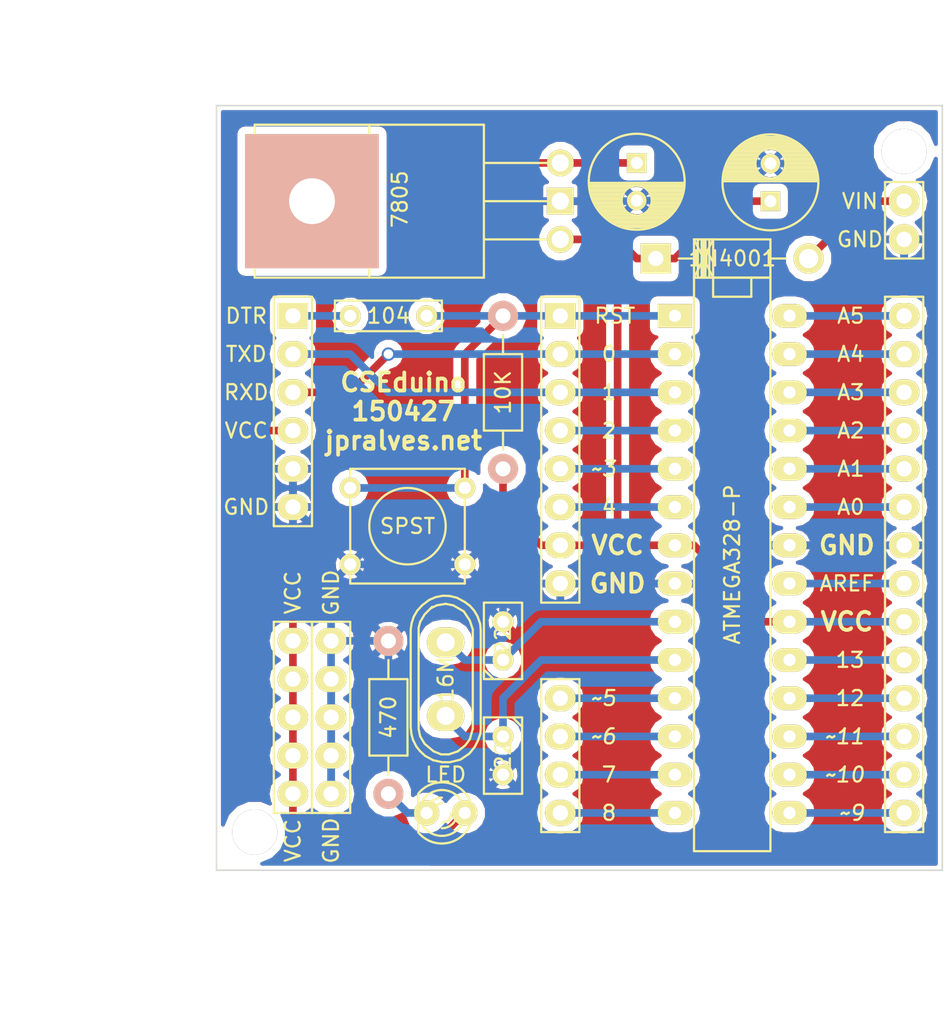
<source format=kicad_pcb>
(kicad_pcb (version 20211014) (generator pcbnew)
  (title_block (title "CSEduino - PCB edition") (date "17-4-2015") (rev "1.2") (company "Joao Alves"))
  (layers (0 "F.Cu" signal) (31 "B.Cu" signal) (36 "B.SilkS" user "B.Silkscreen") (37 "F.SilkS" user "F.Silkscreen") (38 "B.Mask" user) (39 "F.Mask" user) (44 "Edge.Cuts" user))
  (net 0 "")
  (net 1 "GND")
  (net 2 "Net-(C1-Pad1)")
  (net 3 "+5V")
  (net 4 "Net-(C3-Pad1)")
  (net 5 "Net-(C4-Pad1)")
  (net 6 "Net-(C5-Pad1)")
  (net 7 "Net-(C5-Pad2)")
  (net 8 "Net-(D1-Pad1)")
  (net 9 "Net-(IC1-Pad2)")
  (net 10 "Net-(IC1-Pad3)")
  (net 11 "Net-(IC1-Pad4)")
  (net 12 "Net-(IC1-Pad5)")
  (net 13 "Net-(IC1-Pad6)")
  (net 14 "Net-(IC1-Pad11)")
  (net 15 "Net-(IC1-Pad12)")
  (net 16 "Net-(IC1-Pad13)")
  (net 17 "Net-(IC1-Pad14)")
  (net 18 "Net-(IC1-Pad15)")
  (net 19 "Net-(IC1-Pad16)")
  (net 20 "Net-(IC1-Pad17)")
  (net 21 "Net-(IC1-Pad18)")
  (net 22 "Net-(IC1-Pad19)")
  (net 23 "Net-(IC1-Pad21)")
  (net 24 "Net-(IC1-Pad23)")
  (net 25 "Net-(IC1-Pad24)")
  (net 26 "Net-(IC1-Pad25)")
  (net 27 "Net-(IC1-Pad26)")
  (net 28 "Net-(IC1-Pad27)")
  (net 29 "Net-(IC1-Pad28)")
  (net 30 "Net-(D2-Pad2)")
  (footprint "Capacitors_ThroughHole:C_Radial_D6.3_L11.2_P2.5" (layer "F.Cu") (at 69.85 30.48 90)
    (fp_text reference "C1" hide)
    (fp_text value "100uF" hide)
    (pad "1" thru_hole rect locked (at 0 0 90) (size 1.3 1.3) (drill 0.8) (layers *.Cu *.Mask "F.SilkS") (net 2 "Net-(C1-Pad1)"))
    (pad "2" thru_hole circle locked (at 2.5 0 90) (size 1.3 1.3) (drill 0.8) (layers *.Cu *.Mask "F.SilkS") (net 1 "GND"))
  )
  (footprint "Discret:C1" (layer "F.Cu") (at 52.07 67.31 -90)
    (fp_text reference "C3" hide)
    (fp_text value "22" (at 0 0 -90) (layer "F.SilkS"))
    (pad "1" thru_hole circle locked (at -1.27 0 270) (size 1.397 1.397) (drill 0.8128) (layers *.Cu *.Mask "F.SilkS") (net 4 "Net-(C3-Pad1)"))
    (pad "2" thru_hole circle locked (at 1.27 0 270) (size 1.397 1.397) (drill 0.8128) (layers *.Cu *.Mask "F.SilkS") (net 1 "GND"))
  )
  (footprint "Discret:C1" (layer "F.Cu") (at 52.07 59.69 90)
    (fp_text reference "C4" hide)
    (fp_text value "22" (at 0 0 90) (layer "F.SilkS"))
    (pad "1" thru_hole circle locked (at -1.27 0 90) (size 1.397 1.397) (drill 0.8128) (layers *.Cu *.Mask "F.SilkS") (net 5 "Net-(C4-Pad1)"))
    (pad "2" thru_hole circle locked (at 1.27 0 90) (size 1.397 1.397) (drill 0.8128) (layers *.Cu *.Mask "F.SilkS") (net 1 "GND"))
  )
  (footprint "Discret:C2" (layer "F.Cu") (at 44.45 38.1 180)
    (fp_text reference "C5" hide)
    (fp_text value "104" (at 0 0 180) (layer "F.SilkS"))
    (pad "1" thru_hole circle locked (at -2.54 0 180) (size 1.397 1.397) (drill 0.8128) (layers *.Cu *.Mask "F.SilkS") (net 6 "Net-(C5-Pad1)"))
    (pad "2" thru_hole circle locked (at 2.54 0 180) (size 1.397 1.397) (drill 0.8128) (layers *.Cu *.Mask "F.SilkS") (net 7 "Net-(C5-Pad2)"))
  )
  (footprint "LEDs:LED-3MM" (layer "F.Cu") (at 48.26 71.12 180)
    (fp_text reference "D2" hide)
    (fp_text value "LED" (at 0 2.54 180) (layer "F.SilkS"))
    (pad "1" thru_hole circle locked (at -1.27 0 180) (size 1.6764 1.6764) (drill 0.8128) (layers *.Cu *.Mask "F.SilkS") (net 3 "+5V"))
    (pad "2" thru_hole circle locked (at 1.27 0 180) (size 1.6764 1.6764) (drill 0.8128) (layers *.Cu *.Mask "F.SilkS") (net 30 "Net-(D2-Pad2)"))
  )
  (footprint "Sockets_DIP:DIP-28__300_ELL" (layer "F.Cu") (at 67.31 54.61 -90)
    (fp_text reference "IC1" hide)
    (fp_text value "ATMEGA328-P" (at 0 0 -90) (layer "F.SilkS"))
    (pad "1" thru_hole rect locked (at -16.51 3.81 270) (size 1.5748 2.286) (drill 0.8128) (layers *.Cu *.Mask "F.SilkS") (net 6 "Net-(C5-Pad1)"))
    (pad "2" thru_hole oval locked (at -13.97 3.81 270) (size 1.5748 2.286) (drill 0.8128) (layers *.Cu *.Mask "F.SilkS") (net 9 "Net-(IC1-Pad2)"))
    (pad "3" thru_hole oval locked (at -11.43 3.81 270) (size 1.5748 2.286) (drill 0.8128) (layers *.Cu *.Mask "F.SilkS") (net 10 "Net-(IC1-Pad3)"))
    (pad "4" thru_hole oval locked (at -8.89 3.81 270) (size 1.5748 2.286) (drill 0.8128) (layers *.Cu *.Mask "F.SilkS") (net 11 "Net-(IC1-Pad4)"))
    (pad "5" thru_hole oval locked (at -6.35 3.81 270) (size 1.5748 2.286) (drill 0.8128) (layers *.Cu *.Mask "F.SilkS") (net 12 "Net-(IC1-Pad5)"))
    (pad "6" thru_hole oval locked (at -3.81 3.81 270) (size 1.5748 2.286) (drill 0.8128) (layers *.Cu *.Mask "F.SilkS") (net 13 "Net-(IC1-Pad6)"))
    (pad "7" thru_hole oval locked (at -1.27 3.81 270) (size 1.5748 2.286) (drill 0.8128) (layers *.Cu *.Mask "F.SilkS") (net 3 "+5V"))
    (pad "8" thru_hole oval locked (at 1.27 3.81 270) (size 1.5748 2.286) (drill 0.8128) (layers *.Cu *.Mask "F.SilkS") (net 1 "GND"))
    (pad "9" thru_hole oval locked (at 3.81 3.81 270) (size 1.5748 2.286) (drill 0.8128) (layers *.Cu *.Mask "F.SilkS") (net 5 "Net-(C4-Pad1)"))
    (pad "10" thru_hole oval locked (at 6.35 3.81 270) (size 1.5748 2.286) (drill 0.8128) (layers *.Cu *.Mask "F.SilkS") (net 4 "Net-(C3-Pad1)"))
    (pad "11" thru_hole oval locked (at 8.89 3.81 270) (size 1.5748 2.286) (drill 0.8128) (layers *.Cu *.Mask "F.SilkS") (net 14 "Net-(IC1-Pad11)"))
    (pad "12" thru_hole oval locked (at 11.43 3.81 270) (size 1.5748 2.286) (drill 0.8128) (layers *.Cu *.Mask "F.SilkS") (net 15 "Net-(IC1-Pad12)"))
    (pad "13" thru_hole oval locked (at 13.97 3.81 270) (size 1.5748 2.286) (drill 0.8128) (layers *.Cu *.Mask "F.SilkS") (net 16 "Net-(IC1-Pad13)"))
    (pad "14" thru_hole oval locked (at 16.51 3.81 270) (size 1.5748 2.286) (drill 0.8128) (layers *.Cu *.Mask "F.SilkS") (net 17 "Net-(IC1-Pad14)"))
    (pad "15" thru_hole oval locked (at 16.51 -3.81 270) (size 1.5748 2.286) (drill 0.8128) (layers *.Cu *.Mask "F.SilkS") (net 18 "Net-(IC1-Pad15)"))
    (pad "16" thru_hole oval locked (at 13.97 -3.81 270) (size 1.5748 2.286) (drill 0.8128) (layers *.Cu *.Mask "F.SilkS") (net 19 "Net-(IC1-Pad16)"))
    (pad "17" thru_hole oval locked (at 11.43 -3.81 270) (size 1.5748 2.286) (drill 0.8128) (layers *.Cu *.Mask "F.SilkS") (net 20 "Net-(IC1-Pad17)"))
    (pad "18" thru_hole oval locked (at 8.89 -3.81 270) (size 1.5748 2.286) (drill 0.8128) (layers *.Cu *.Mask "F.SilkS") (net 21 "Net-(IC1-Pad18)"))
    (pad "19" thru_hole oval locked (at 6.35 -3.81 270) (size 1.5748 2.286) (drill 0.8128) (layers *.Cu *.Mask "F.SilkS") (net 22 "Net-(IC1-Pad19)"))
    (pad "20" thru_hole oval locked (at 3.81 -3.81 270) (size 1.5748 2.286) (drill 0.8128) (layers *.Cu *.Mask "F.SilkS") (net 3 "+5V"))
    (pad "21" thru_hole oval locked (at 1.27 -3.81 270) (size 1.5748 2.286) (drill 0.8128) (layers *.Cu *.Mask "F.SilkS") (net 23 "Net-(IC1-Pad21)"))
    (pad "22" thru_hole oval locked (at -1.27 -3.81 270) (size 1.5748 2.286) (drill 0.8128) (layers *.Cu *.Mask "F.SilkS") (net 1 "GND"))
    (pad "23" thru_hole oval locked (at -3.81 -3.81 270) (size 1.5748 2.286) (drill 0.8128) (layers *.Cu *.Mask "F.SilkS") (net 24 "Net-(IC1-Pad23)"))
    (pad "24" thru_hole oval locked (at -6.35 -3.81 270) (size 1.5748 2.286) (drill 0.8128) (layers *.Cu *.Mask "F.SilkS") (net 25 "Net-(IC1-Pad24)"))
    (pad "25" thru_hole oval locked (at -8.89 -3.81 270) (size 1.5748 2.286) (drill 0.8128) (layers *.Cu *.Mask "F.SilkS") (net 26 "Net-(IC1-Pad25)"))
    (pad "26" thru_hole oval locked (at -11.43 -3.81 270) (size 1.5748 2.286) (drill 0.8128) (layers *.Cu *.Mask "F.SilkS") (net 27 "Net-(IC1-Pad26)"))
    (pad "27" thru_hole oval locked (at -13.97 -3.81 270) (size 1.5748 2.286) (drill 0.8128) (layers *.Cu *.Mask "F.SilkS") (net 28 "Net-(IC1-Pad27)"))
    (pad "28" thru_hole oval locked (at -16.51 -3.81 270) (size 1.5748 2.286) (drill 0.8128) (layers *.Cu *.Mask "F.SilkS") (net 29 "Net-(IC1-Pad28)"))
  )
  (footprint "Pin_Headers:Pin_Header_Straight_1x02" (layer "F.Cu") (at 78.74 30.48)
    (fp_text reference "P1" hide)
    (fp_text value "CONN_01X02" hide)
    (pad "1" thru_hole oval locked (at 0 0) (size 2.032 2.032) (drill 1.016) (layers *.Cu *.Mask "F.SilkS") (net 8 "Net-(D1-Pad1)"))
    (pad "2" thru_hole oval locked (at 0 2.54) (size 2.032 2.032) (drill 1.016) (layers *.Cu *.Mask "F.SilkS") (net 1 "GND"))
  )
  (footprint "Pin_Headers:Pin_Header_Straight_1x14" (layer "F.Cu") (at 78.74 71.12 180)
    (fp_text reference "P2" hide)
    (fp_text value "CONN_01X14" hide)
    (pad "1" thru_hole oval locked (at 0 0 180) (size 2.032 1.7272) (drill 1.016) (layers *.Cu *.Mask "F.SilkS") (net 18 "Net-(IC1-Pad15)"))
    (pad "2" thru_hole oval locked (at 0 2.54 180) (size 2.032 1.7272) (drill 1.016) (layers *.Cu *.Mask "F.SilkS") (net 19 "Net-(IC1-Pad16)"))
    (pad "3" thru_hole oval locked (at 0 5.08 180) (size 2.032 1.7272) (drill 1.016) (layers *.Cu *.Mask "F.SilkS") (net 20 "Net-(IC1-Pad17)"))
    (pad "4" thru_hole oval locked (at 0 7.62 180) (size 2.032 1.7272) (drill 1.016) (layers *.Cu *.Mask "F.SilkS") (net 21 "Net-(IC1-Pad18)"))
    (pad "5" thru_hole oval locked (at 0 10.16 180) (size 2.032 1.7272) (drill 1.016) (layers *.Cu *.Mask "F.SilkS") (net 22 "Net-(IC1-Pad19)"))
    (pad "6" thru_hole oval locked (at 0 12.7 180) (size 2.032 1.7272) (drill 1.016) (layers *.Cu *.Mask "F.SilkS") (net 3 "+5V"))
    (pad "7" thru_hole oval locked (at 0 15.24 180) (size 2.032 1.7272) (drill 1.016) (layers *.Cu *.Mask "F.SilkS") (net 23 "Net-(IC1-Pad21)"))
    (pad "8" thru_hole oval locked (at 0 17.78 180) (size 2.032 1.7272) (drill 1.016) (layers *.Cu *.Mask "F.SilkS") (net 1 "GND"))
    (pad "9" thru_hole oval locked (at 0 20.32 180) (size 2.032 1.7272) (drill 1.016) (layers *.Cu *.Mask "F.SilkS") (net 24 "Net-(IC1-Pad23)"))
    (pad "10" thru_hole oval locked (at 0 22.86 180) (size 2.032 1.7272) (drill 1.016) (layers *.Cu *.Mask "F.SilkS") (net 25 "Net-(IC1-Pad24)"))
    (pad "11" thru_hole oval locked (at 0 25.4 180) (size 2.032 1.7272) (drill 1.016) (layers *.Cu *.Mask "F.SilkS") (net 26 "Net-(IC1-Pad25)"))
    (pad "12" thru_hole oval locked (at 0 27.94 180) (size 2.032 1.7272) (drill 1.016) (layers *.Cu *.Mask "F.SilkS") (net 27 "Net-(IC1-Pad26)"))
    (pad "13" thru_hole oval locked (at 0 30.48 180) (size 2.032 1.7272) (drill 1.016) (layers *.Cu *.Mask "F.SilkS") (net 28 "Net-(IC1-Pad27)"))
    (pad "14" thru_hole oval locked (at 0 33.02 180) (size 2.032 1.7272) (drill 1.016) (layers *.Cu *.Mask "F.SilkS") (net 29 "Net-(IC1-Pad28)"))
  )
  (footprint "Pin_Headers:Pin_Header_Straight_1x04" (layer "F.Cu") (at 55.88 63.5)
    (fp_text reference "P3" hide)
    (fp_text value "CONN_01X04" hide)
    (pad "1" thru_hole oval locked (at 0 0) (size 2.032 1.7272) (drill 1.016) (layers *.Cu *.Mask "F.SilkS") (net 14 "Net-(IC1-Pad11)"))
    (pad "2" thru_hole oval locked (at 0 2.54) (size 2.032 1.7272) (drill 1.016) (layers *.Cu *.Mask "F.SilkS") (net 15 "Net-(IC1-Pad12)"))
    (pad "3" thru_hole oval locked (at 0 5.08) (size 2.032 1.7272) (drill 1.016) (layers *.Cu *.Mask "F.SilkS") (net 16 "Net-(IC1-Pad13)"))
    (pad "4" thru_hole oval locked (at 0 7.62) (size 2.032 1.7272) (drill 1.016) (layers *.Cu *.Mask "F.SilkS") (net 17 "Net-(IC1-Pad14)"))
  )
  (footprint "Pin_Headers:Pin_Header_Straight_1x08" (layer "F.Cu") (at 55.88 38.1)
    (fp_text reference "P4" hide)
    (fp_text value "CONN_01X08" hide)
    (pad "1" thru_hole rect locked (at 0 0) (size 2.032 1.7272) (drill 1.016) (layers *.Cu *.Mask "F.SilkS") (net 6 "Net-(C5-Pad1)"))
    (pad "2" thru_hole oval locked (at 0 2.54) (size 2.032 1.7272) (drill 1.016) (layers *.Cu *.Mask "F.SilkS") (net 9 "Net-(IC1-Pad2)"))
    (pad "3" thru_hole oval locked (at 0 5.08) (size 2.032 1.7272) (drill 1.016) (layers *.Cu *.Mask "F.SilkS") (net 10 "Net-(IC1-Pad3)"))
    (pad "4" thru_hole oval locked (at 0 7.62) (size 2.032 1.7272) (drill 1.016) (layers *.Cu *.Mask "F.SilkS") (net 11 "Net-(IC1-Pad4)"))
    (pad "5" thru_hole oval locked (at 0 10.16) (size 2.032 1.7272) (drill 1.016) (layers *.Cu *.Mask "F.SilkS") (net 12 "Net-(IC1-Pad5)"))
    (pad "6" thru_hole oval locked (at 0 12.7) (size 2.032 1.7272) (drill 1.016) (layers *.Cu *.Mask "F.SilkS") (net 13 "Net-(IC1-Pad6)"))
    (pad "7" thru_hole oval locked (at 0 15.24) (size 2.032 1.7272) (drill 1.016) (layers *.Cu *.Mask "F.SilkS") (net 3 "+5V"))
    (pad "8" thru_hole oval locked (at 0 17.78) (size 2.032 1.7272) (drill 1.016) (layers *.Cu *.Mask "F.SilkS") (net 1 "GND"))
  )
  (footprint "Pin_Headers:Pin_Header_Straight_1x06" (layer "F.Cu") (at 38.1 38.1)
    (fp_text reference "P5" hide)
    (fp_text value "CONN_01X06" hide)
    (pad "1" thru_hole rect locked (at 0 0) (size 2.032 1.7272) (drill 1.016) (layers *.Cu *.Mask "F.SilkS") (net 7 "Net-(C5-Pad2)"))
    (pad "2" thru_hole oval locked (at 0 2.54) (size 2.032 1.7272) (drill 1.016) (layers *.Cu *.Mask "F.SilkS") (net 10 "Net-(IC1-Pad3)"))
    (pad "3" thru_hole oval locked (at 0 5.08) (size 2.032 1.7272) (drill 1.016) (layers *.Cu *.Mask "F.SilkS") (net 9 "Net-(IC1-Pad2)"))
    (pad "4" thru_hole oval locked (at 0 7.62) (size 2.032 1.7272) (drill 1.016) (layers *.Cu *.Mask "F.SilkS") (net 3 "+5V"))
    (pad "5" thru_hole oval locked (at 0 10.16) (size 2.032 1.7272) (drill 1.016) (layers *.Cu *.Mask "F.SilkS") (net 1 "GND"))
    (pad "6" thru_hole oval locked (at 0 12.7) (size 2.032 1.7272) (drill 1.016) (layers *.Cu *.Mask "F.SilkS") (net 1 "GND"))
  )
  (footprint "Resistors_ThroughHole:Resistor_Horizontal_RM10mm" (layer "F.Cu") (at 44.45 64.77 90)
    (fp_text reference "R1" hide)
    (fp_text value "470" (at 0 0 90) (layer "F.SilkS"))
    (pad "1" thru_hole circle locked (at -5.08 0 90) (size 1.99898 1.99898) (drill 1.00076) (layers *.Cu *.SilkS *.Mask) (net 30 "Net-(D2-Pad2)"))
    (pad "2" thru_hole circle locked (at 5.08 0 90) (size 1.99898 1.99898) (drill 1.00076) (layers *.Cu *.SilkS *.Mask) (net 1 "GND"))
  )
  (footprint "Resistors_ThroughHole:Resistor_Horizontal_RM10mm" (layer "F.Cu") (at 52.07 43.18 90)
    (fp_text reference "R2" hide)
    (fp_text value "10K" (at 0 0 90) (layer "F.SilkS"))
    (pad "1" thru_hole circle locked (at -5.08 0 90) (size 1.99898 1.99898) (drill 1.00076) (layers *.Cu *.SilkS *.Mask) (net 3 "+5V"))
    (pad "2" thru_hole circle locked (at 5.08 0 90) (size 1.99898 1.99898) (drill 1.00076) (layers *.Cu *.SilkS *.Mask) (net 6 "Net-(C5-Pad1)"))
  )
  (footprint "Discret:SW_PUSH_SMALL" (layer "F.Cu") (at 45.72 52.07)
    (fp_text reference "SW1" hide)
    (fp_text value "SPST" (at 0 0) (layer "F.SilkS"))
    (pad "1" thru_hole circle locked (at -3.81 -2.54) (size 1.397 1.397) (drill 0.8128) (layers *.Cu *.Mask "F.SilkS") (net 6 "Net-(C5-Pad1)"))
    (pad "1" thru_hole circle locked (at 3.81 -2.54) (size 1.397 1.397) (drill 0.8128) (layers *.Cu *.Mask "F.SilkS") (net 6 "Net-(C5-Pad1)"))
    (pad "2" thru_hole circle locked (at 3.81 2.54) (size 1.397 1.397) (drill 0.8128) (layers *.Cu *.Mask "F.SilkS") (net 1 "GND"))
    (pad "2" thru_hole circle locked (at -3.81 2.54) (size 1.397 1.397) (drill 0.8128) (layers *.Cu *.Mask "F.SilkS") (net 1 "GND"))
  )
  (footprint "Discret:LM78XX" (layer "F.Cu") (at 55.88 30.48 180)
    (fp_text reference "U1" hide)
    (fp_text value "7805" (at 10.668 0.127 270) (layer "F.SilkS"))
    (pad "4" thru_hole rect locked (at 16.51 0 180) (size 8.89 8.89) (drill 3.048) (layers *.Cu *.SilkS *.Mask))
    (pad "GND" thru_hole rect locked (at 0 0 180) (size 1.778 1.778) (drill 1.143) (layers *.Cu *.Mask "F.SilkS") (net 1 "GND"))
    (pad "VI" thru_hole circle locked (at 0 -2.54 180) (size 1.778 1.778) (drill 1.143) (layers *.Cu *.Mask "F.SilkS") (net 2 "Net-(C1-Pad1)"))
    (pad "VO" thru_hole circle locked (at 0 2.54 180) (size 1.778 1.778) (drill 1.143) (layers *.Cu *.Mask "F.SilkS") (net 3 "+5V"))
  )
  (footprint "Crystal_HC50-U_Vertical" (layer "F.Cu") (at 48.26 62.23 90)
    (fp_text reference "X1" hide)
    (fp_text value "16M" (at 0 0 90) (layer "F.SilkS"))
    (pad "1" thru_hole oval locked (at -2.44094 0 90) (size 1.99898 2.49936) (drill 1.19888) (layers *.Cu *.Mask "F.SilkS") (net 4 "Net-(C3-Pad1)"))
    (pad "2" thru_hole oval locked (at 2.44094 0 90) (size 1.99898 2.49936) (drill 1.19888) (layers *.Cu *.Mask "F.SilkS") (net 5 "Net-(C4-Pad1)"))
  )
  (footprint "Capacitors_ThroughHole:C_Radial_D6.3_L11.2_P2.5" (layer "F.Cu") (at 60.96 27.94 -90)
    (fp_text reference "C2" hide)
    (fp_text value "100uF" hide)
    (pad "1" thru_hole rect locked (at 0 0 270) (size 1.3 1.3) (drill 0.8) (layers *.Cu *.Mask "F.SilkS") (net 3 "+5V"))
    (pad "2" thru_hole circle locked (at 2.5 0 270) (size 1.3 1.3) (drill 0.8) (layers *.Cu *.Mask "F.SilkS") (net 1 "GND"))
  )
  (footprint "Diodes_ThroughHole:Diode_DO-41_SOD81_Horizontal_RM10" (layer "F.Cu") (at 67.31 34.29 180)
    (fp_text reference "D1" hide)
    (fp_text value "1N4001" (at 0 0 180) (layer "F.SilkS"))
    (pad "1" thru_hole circle locked (at -5.08 0 180) (size 1.99898 1.99898) (drill 1.27) (layers *.Cu *.Mask "F.SilkS") (net 8 "Net-(D1-Pad1)"))
    (pad "2" thru_hole rect locked (at 5.08 0 180) (size 1.99898 1.99898) (drill 1.00076) (layers *.Cu *.Mask "F.SilkS") (net 2 "Net-(C1-Pad1)"))
  )
  (footprint "Pin_Headers:Pin_Header_Straight_1x05" (layer "F.Cu") (at 38.1 59.69)
    (fp_text reference "REF**" hide)
    (fp_text value "VCC" (at 0 -3.2 90) (layer "F.SilkS"))
    (pad "1" thru_hole oval locked (at 0 0) (size 2.032 1.7272) (drill 1.016) (layers *.Cu *.Mask "F.SilkS"))
    (pad "2" thru_hole oval locked (at 0 2.54) (size 2.032 1.7272) (drill 1.016) (layers *.Cu *.Mask "F.SilkS"))
    (pad "3" thru_hole oval locked (at 0 5.08) (size 2.032 1.7272) (drill 1.016) (layers *.Cu *.Mask "F.SilkS"))
    (pad "4" thru_hole oval locked (at 0 7.62) (size 2.032 1.7272) (drill 1.016) (layers *.Cu *.Mask "F.SilkS"))
    (pad "5" thru_hole oval locked (at 0 10.16) (size 2.032 1.7272) (drill 1.016) (layers *.Cu *.Mask "F.SilkS"))
  )
  (footprint "Pin_Headers:Pin_Header_Straight_1x05" (layer "F.Cu") (at 40.64 59.69)
    (fp_text reference "REF**" hide)
    (fp_text value "GND" (at 0 -3.2 90) (layer "F.SilkS"))
    (pad "1" thru_hole oval locked (at 0 0) (size 2.032 1.7272) (drill 1.016) (layers *.Cu *.Mask "F.SilkS"))
    (pad "2" thru_hole oval locked (at 0 2.54) (size 2.032 1.7272) (drill 1.016) (layers *.Cu *.Mask "F.SilkS"))
    (pad "3" thru_hole oval locked (at 0 5.08) (size 2.032 1.7272) (drill 1.016) (layers *.Cu *.Mask "F.SilkS"))
    (pad "4" thru_hole oval locked (at 0 7.62) (size 2.032 1.7272) (drill 1.016) (layers *.Cu *.Mask "F.SilkS"))
    (pad "5" thru_hole oval locked (at 0 10.16) (size 2.032 1.7272) (drill 1.016) (layers *.Cu *.Mask "F.SilkS"))
  )
  (footprint "Mounting_Holes:MountingHole_3mm" (layer "F.Cu") (at 78.74 26.67)
    (fp_text reference "REF**" hide)
    (fp_text value "MountingHole_3mm" hide)
    (pad "" thru_hole circle locked (at 0 0.5) (size 3 3) (drill 3) (layers))
  )
  (footprint "Mounting_Holes:MountingHole_3mm" (layer "F.Cu") (at 35.56 72.39)
    (fp_text reference "REF**" hide)
    (fp_text value "MountingHole_3mm" hide)
    (pad "" thru_hole circle locked (at 0 0) (size 3 3) (drill 3) (layers))
  )
  (gr_line (start 81.28 74.93) (end 33.02 74.93) (layer "Edge.Cuts") (width 0.1))
  (gr_line (start 33.02 24.13) (end 81.28 24.13) (layer "Edge.Cuts") (width 0.1))
  (gr_line (start 81.28 24.13) (end 81.28 74.93) (layer "Edge.Cuts") (width 0.1))
  (gr_line (start 33.02 74.93) (end 33.02 24.13) (layer "Edge.Cuts") (width 0.1))
  (gr_text "VCC" (at 59.69 53.34) (layer "F.SilkS") (effects (font (size 1.2 1.2) (thickness 0.25))))
  (gr_text "GND" (at 74.93 53.34) (layer "F.SilkS") (effects (font (size 1.2 1.2) (thickness 0.25))))
  (gr_text "1" (at 59.69 43.18) (layer "F.SilkS") (effects (font (size 1 1)) (justify right)))
  (gr_text "DTR" (at 35 38.1) (layer "F.SilkS") (effects (font (size 1 1))))
  (gr_text "~9" (at 76.2 71.12) (layer "F.SilkS") (effects (font (size 1 1) (thickness 0.15) italic) (justify right)))
  (gr_text "13" (at 76.2 60.96) (layer "F.SilkS") (effects (font (size 1 1)) (justify right)))
  (gr_text "AREF" (at 74.93 55.88) (layer "F.SilkS") (effects (font (size 1 1))))
  (gr_text "~11" (at 76.2 66.04) (layer "F.SilkS") (effects (font (size 1 1) (thickness 0.15) italic) (justify right)))
  (gr_text "A2" (at 76.2 45.72) (layer "F.SilkS") (effects (font (size 1 1)) (justify right)))
  (gr_text "VIN" (at 75.8 30.48) (layer "F.SilkS") (effects (font (size 1 1))))
  (gr_text "~10" (at 76.2 68.58) (layer "F.SilkS") (effects (font (size 1 1) (thickness 0.15) italic) (justify right)))
  (gr_text "~5" (at 59.69 63.5) (layer "F.SilkS") (effects (font (size 1 1) (thickness 0.15) italic) (justify right)))
  (gr_text "GND" (at 35 50.8) (layer "F.SilkS") (effects (font (size 1 1))))
  (gr_text "VCC" (at 38.1 72.96 90) (layer "F.SilkS") (effects (font (size 1 1))))
  (gr_text "RXD" (at 35 43.18) (layer "F.SilkS") (effects (font (size 1 1))))
  (gr_text "GND" (at 75.8 33.02) (layer "F.SilkS") (effects (font (size 1 1))))
  (gr_text "A3" (at 76.2 43.18) (layer "F.SilkS") (effects (font (size 1 1)) (justify right)))
  (gr_text "GND" (at 59.69 55.88) (layer "F.SilkS") (effects (font (size 1.2 1.2) (thickness 0.25))))
  (gr_text "A1" (at 76.2 48.26) (layer "F.SilkS") (effects (font (size 1 1)) (justify right)))
  (gr_text "4" (at 59.69 50.8) (layer "F.SilkS") (effects (font (size 1 1)) (justify right)))
  (gr_text "~3" (at 59.69 48.26) (layer "F.SilkS") (effects (font (size 1 1) (thickness 0.15) italic) (justify right)))
  (gr_text "CSEduino\n150427\njpralves.net" (at 45.45 44.45) (layer "F.SilkS") (effects (font (size 1.2 1.2) (thickness 0.25))))
  (gr_text "~6" (at 59.69 66.04) (layer "F.SilkS") (effects (font (size 1 1) (thickness 0.15) italic) (justify right)))
  (gr_text "GND" (at 40.64 72.96 90) (layer "F.SilkS") (effects (font (size 1 1))))
  (gr_text "A0" (at 76.2 50.8) (layer "F.SilkS") (effects (font (size 1 1)) (justify right)))
  (gr_text "12" (at 76.2 63.5) (layer "F.SilkS") (effects (font (size 1 1)) (justify right)))
  (gr_text "8" (at 59.69 71.12) (layer "F.SilkS") (effects (font (size 1 1)) (justify right)))
  (gr_text "A4" (at 76.2 40.64) (layer "F.SilkS") (effects (font (size 1 1)) (justify right)))
  (gr_text "7" (at 59.69 68.58) (layer "F.SilkS") (effects (font (size 1 1)) (justify right)))
  (gr_text "VCC" (at 35 45.72) (layer "F.SilkS") (effects (font (size 1 1))))
  (gr_text "0" (at 59.69 40.64) (layer "F.SilkS") (effects (font (size 1 1)) (justify right)))
  (gr_text "2" (at 59.69 45.72) (layer "F.SilkS") (effects (font (size 1 1)) (justify right)))
  (gr_text "A5" (at 76.2 38.1) (layer "F.SilkS") (effects (font (size 1 1)) (justify right)))
  (gr_text "TXD" (at 35 40.64) (layer "F.SilkS") (effects (font (size 1 1))))
  (gr_text "VCC" (at 74.93 58.42) (layer "F.SilkS") (effects (font (size 1.2 1.2) (thickness 0.25))))
  (gr_text "RST" (at 60.96 38.1) (layer "F.SilkS") (effects (font (size 1 1)) (justify right)))
  (segment (start 49.53 54.61) (end 49.53 54.61) (width 0.508) (layer "B.Cu") (net 1))
  (segment (start 40.64 67.31) (end 40.64 64.77) (width 0.508) (layer "B.Cu") (net 1))
  (segment (start 40.64 64.77) (end 40.64 62.23) (width 0.508) (layer "B.Cu") (net 1))
  (segment (start 63.5 55.88) (end 55.88 55.88) (width 0.508) (layer "B.Cu") (net 1))
  (segment (start 55.88 55.88) (end 50.8 55.88) (width 0.508) (layer "B.Cu") (net 1))
  (segment (start 50.8 55.88) (end 52.07 57.15) (width 0.508) (layer "B.Cu") (net 1))
  (segment (start 52.07 57.15) (end 52.07 58.42) (width 0.508) (layer "B.Cu") (net 1))
  (segment (start 49.53 54.61) (end 41.91 54.61) (width 0.508) (layer "B.Cu") (net 1))
  (segment (start 38.1 50.8) (end 38.1 48.26) (width 0.508) (layer "B.Cu") (net 1))
  (segment (start 67.31 55.88) (end 69.85 53.34) (width 0.508) (layer "B.Cu") (net 1))
  (segment (start 44.45 66.04) (end 46.99 68.58) (width 0.508) (layer "B.Cu") (net 1))
  (segment (start 46.99 68.58) (end 52.07 68.58) (width 0.508) (layer "B.Cu") (net 1))
  (segment (start 76.2 33.02) (end 72.43 27.98) (width 0.508) (layer "B.Cu") (net 1))
  (segment (start 72.43 27.98) (end 66.08 27.98) (width 0.508) (layer "B.Cu") (net 1))
  (segment (start 66.08 27.98) (end 63.62 30.44) (width 0.508) (layer "B.Cu") (net 1))
  (segment (start 69.85 53.34) (end 67.31 50.8) (width 0.508) (layer "B.Cu") (net 1))
  (segment (start 67.31 50.8) (end 67.31 34.13) (width 0.508) (layer "B.Cu") (net 1))
  (segment (start 67.31 34.13) (end 63.62 30.44) (width 0.508) (layer "B.Cu") (net 1))
  (segment (start 60.96 30.44) (end 60.92 30.48) (width 0.508) (layer "B.Cu") (net 1))
  (segment (start 60.92 30.48) (end 55.88 30.48) (width 0.508) (layer "B.Cu") (net 1))
  (segment (start 40.64 62.23) (end 40.64 64.77) (width 0.508) (layer "B.Cu") (net 1))
  (segment (start 40.64 64.77) (end 40.64 67.31) (width 0.508) (layer "B.Cu") (net 1))
  (segment (start 40.64 67.31) (end 40.64 69.85) (width 0.508) (layer "B.Cu") (net 1))
  (segment (start 40.64 55.88) (end 40.64 58.42) (width 0.508) (layer "B.Cu") (net 1))
  (segment (start 40.64 58.42) (end 40.64 59.69) (width 0.508) (layer "B.Cu") (net 1))
  (segment (start 40.64 59.69) (end 40.64 62.23) (width 0.508) (layer "B.Cu") (net 1))
  (segment (start 44.45 59.69) (end 40.64 59.69) (width 0.508) (layer "B.Cu") (net 1))
  (segment (start 41.91 54.61) (end 38.1 50.8) (width 0.508) (layer "B.Cu") (net 1))
  (segment (start 69.85 53.34) (end 78.74 53.34) (width 0.508) (layer "B.Cu") (net 1))
  (segment (start 71.12 53.34) (end 69.85 53.34) (width 0.508) (layer "B.Cu") (net 1))
  (segment (start 44.45 59.69) (end 44.45 66.04) (width 0.508) (layer "B.Cu") (net 1))
  (segment (start 78.74 33.02) (end 76.2 33.02) (width 0.508) (layer "B.Cu") (net 1))
  (segment (start 40.64 69.85) (end 40.64 67.31) (width 0.508) (layer "B.Cu") (net 1))
  (segment (start 63.5 55.88) (end 67.31 55.88) (width 0.508) (layer "B.Cu") (net 1))
  (segment (start 63.62 30.44) (end 60.96 30.44) (width 0.508) (layer "B.Cu") (net 1))
  (segment (start 69.85 27.98) (end 66.08 27.98) (width 0.508) (layer "B.Cu") (net 1))
  (segment (start 50.8 55.88) (end 49.53 54.61) (width 0.508) (layer "B.Cu") (net 1))
  (segment (start 41.91 54.61) (end 40.64 55.88) (width 0.508) (layer "B.Cu") (net 1))
  (segment (start 59.69 33.02) (end 60.96 34.29) (width 0.508) (layer "F.Cu") (net 2))
  (segment (start 60.96 34.29) (end 62.23 34.29) (width 0.508) (layer "F.Cu") (net 2))
  (segment (start 63.5 34.29) (end 67.31 30.48) (width 0.508) (layer "F.Cu") (net 2))
  (segment (start 67.31 30.48) (end 69.85 30.48) (width 0.508) (layer "F.Cu") (net 2))
  (segment (start 55.88 33.02) (end 59.69 33.02) (width 0.508) (layer "F.Cu") (net 2))
  (segment (start 62.23 34.29) (end 63.5 34.29) (width 0.508) (layer "F.Cu") (net 2))
  (segment (start 58.42 53.34) (end 59.69 53.34) (width 0.508) (layer "F.Cu") (net 3))
  (segment (start 64.77 53.34) (end 67.31 55.88) (width 0.508) (layer "F.Cu") (net 3))
  (segment (start 67.31 55.88) (end 67.31 57.15) (width 0.508) (layer "F.Cu") (net 3))
  (segment (start 67.31 57.15) (end 68.58 58.42) (width 0.508) (layer "F.Cu") (net 3))
  (segment (start 68.58 58.42) (end 71.12 58.42) (width 0.508) (layer "F.Cu") (net 3))
  (segment (start 53.34 27.94) (end 52.07 29.21) (width 0.508) (layer "F.Cu") (net 3))
  (segment (start 52.07 29.21) (end 52.07 34.29) (width 0.508) (layer "F.Cu") (net 3))
  (segment (start 52.07 34.29) (end 53.34 35.56) (width 0.508) (layer "F.Cu") (net 3))
  (segment (start 53.34 35.56) (end 58.42 35.56) (width 0.508) (layer "F.Cu") (net 3))
  (segment (start 58.42 35.56) (end 59.69 36.83) (width 0.508) (layer "F.Cu") (net 3))
  (segment (start 59.69 36.83) (end 59.69 53.34) (width 0.508) (layer "F.Cu") (net 3))
  (segment (start 59.69 53.34) (end 63.5 53.34) (width 0.508) (layer "F.Cu") (net 3))
  (segment (start 35.56 45.72) (end 35.56 52.07) (width 0.508) (layer "F.Cu") (net 3))
  (segment (start 35.56 52.07) (end 38.1 54.61) (width 0.508) (layer "F.Cu") (net 3))
  (segment (start 38.1 54.61) (end 38.1 72.39) (width 0.508) (layer "F.Cu") (net 3))
  (segment (start 54.61 53.34) (end 53.34 52.07) (width 0.508) (layer "F.Cu") (net 3))
  (segment (start 52.07 50.8) (end 52.07 48.26) (width 0.508) (layer "F.Cu") (net 3))
  (segment (start 40.64 52.07) (end 53.34 52.07) (width 0.508) (layer "F.Cu") (net 3))
  (segment (start 53.34 52.07) (end 52.07 50.8) (width 0.508) (layer "F.Cu") (net 3))
  (segment (start 39.37 73.66) (end 46.99 73.66) (width 0.508) (layer "F.Cu") (net 3))
  (segment (start 46.99 73.66) (end 48.26 72.39) (width 0.508) (layer "F.Cu") (net 3))
  (segment (start 48.26 72.39) (end 49.53 71.12) (width 0.508) (layer "F.Cu") (net 3))
  (segment (start 38.1 72.39) (end 39.37 73.66) (width 0.508) (layer "F.Cu") (net 3))
  (segment (start 63.5 53.34) (end 64.77 53.34) (width 0.508) (layer "F.Cu") (net 3))
  (segment (start 55.88 53.34) (end 54.61 53.34) (width 0.508) (layer "F.Cu") (net 3))
  (segment (start 55.88 27.94) (end 60.96 27.94) (width 0.508) (layer "F.Cu") (net 3))
  (segment (start 55.88 27.94) (end 53.34 27.94) (width 0.508) (layer "F.Cu") (net 3))
  (segment (start 38.1 45.72) (end 35.56 45.72) (width 0.508) (layer "F.Cu") (net 3))
  (segment (start 38.1 54.61) (end 40.64 52.07) (width 0.508) (layer "F.Cu") (net 3))
  (segment (start 58.42 53.34) (end 55.88 53.34) (width 0.508) (layer "F.Cu") (net 3))
  (via (at 71.12 58.42) (size 0.889) (drill 0.635) (layers "F.Cu" "B.Cu") (net 3))
  (segment (start 71.12 58.42) (end 78.74 58.42) (width 0.508) (layer "B.Cu") (net 3))
  (segment (start 52.07 66.04) (end 52.07 63.5) (width 0.508) (layer "B.Cu") (net 4))
  (segment (start 52.07 63.5) (end 54.61 60.96) (width 0.508) (layer "B.Cu") (net 4))
  (segment (start 54.61 60.96) (end 63.5 60.96) (width 0.508) (layer "B.Cu") (net 4))
  (segment (start 49.53 66.04) (end 48.26 64.77) (width 0.508) (layer "B.Cu") (net 4))
  (segment (start 48.26 64.77) (end 48.26 64.67094) (width 0.508) (layer "B.Cu") (net 4))
  (segment (start 52.07 66.04) (end 49.53 66.04) (width 0.508) (layer "B.Cu") (net 4))
  (segment (start 51.97094 61.05906) (end 52.07 60.96) (width 0.508) (layer "B.Cu") (net 5))
  (segment (start 54.61 58.42) (end 52.07 60.96) (width 0.508) (layer "B.Cu") (net 5))
  (segment (start 49.53 60.96) (end 48.35906 59.78906) (width 0.508) (layer "B.Cu") (net 5))
  (segment (start 48.35906 59.78906) (end 48.26 59.78906) (width 0.508) (layer "B.Cu") (net 5))
  (segment (start 52.07 60.96) (end 52.07 60.96) (width 0.508) (layer "B.Cu") (net 5))
  (segment (start 52.07 60.96) (end 49.53 60.96) (width 0.508) (layer "B.Cu") (net 5))
  (segment (start 63.5 58.42) (end 54.61 58.42) (width 0.508) (layer "B.Cu") (net 5))
  (segment (start 49.53 40.64) (end 49.53 49.53) (width 0.508) (layer "F.Cu") (net 6))
  (segment (start 52.07 38.1) (end 49.53 40.64) (width 0.508) (layer "F.Cu") (net 6))
  (segment (start 52.07 38.1) (end 55.88 38.1) (width 0.508) (layer "B.Cu") (net 6))
  (segment (start 55.88 38.1) (end 63.5 38.1) (width 0.508) (layer "B.Cu") (net 6))
  (segment (start 52.07 38.1) (end 46.99 38.1) (width 0.508) (layer "B.Cu") (net 6))
  (segment (start 41.91 49.53) (end 49.53 49.53) (width 0.508) (layer "B.Cu") (net 6))
  (segment (start 38.1 38.1) (end 41.91 38.1) (width 0.508) (layer "B.Cu") (net 7))
  (segment (start 76.2 30.48) (end 72.39 34.29) (width 0.508) (layer "F.Cu") (net 8))
  (segment (start 78.74 30.48) (end 76.2 30.48) (width 0.508) (layer "F.Cu") (net 8))
  (segment (start 44.45 40.64) (end 41.91 43.18) (width 0.508) (layer "F.Cu") (net 9))
  (segment (start 41.91 43.18) (end 38.1 43.18) (width 0.508) (layer "F.Cu") (net 9))
  (via (at 44.45 40.64) (size 0.889) (drill 0.635) (layers "F.Cu" "B.Cu") (net 9))
  (segment (start 55.88 40.64) (end 63.5 40.64) (width 0.508) (layer "B.Cu") (net 9))
  (segment (start 55.88 40.64) (end 44.45 40.64) (width 0.508) (layer "B.Cu") (net 9))
  (segment (start 41.91 40.64) (end 44.45 43.18) (width 0.508) (layer "B.Cu") (net 10))
  (segment (start 44.45 43.18) (end 55.88 43.18) (width 0.508) (layer "B.Cu") (net 10))
  (segment (start 38.1 40.64) (end 41.91 40.64) (width 0.508) (layer "B.Cu") (net 10))
  (segment (start 55.88 43.18) (end 63.5 43.18) (width 0.508) (layer "B.Cu") (net 10))
  (segment (start 55.88 45.72) (end 63.5 45.72) (width 0.508) (layer "B.Cu") (net 11))
  (segment (start 55.88 48.26) (end 63.5 48.26) (width 0.508) (layer "B.Cu") (net 12))
  (segment (start 55.88 50.8) (end 63.5 50.8) (width 0.508) (layer "B.Cu") (net 13))
  (segment (start 55.88 63.5) (end 63.5 63.5) (width 0.508) (layer "B.Cu") (net 14))
  (segment (start 55.88 66.04) (end 63.5 66.04) (width 0.508) (layer "B.Cu") (net 15))
  (segment (start 55.88 68.58) (end 63.5 68.58) (width 0.508) (layer "B.Cu") (net 16))
  (segment (start 55.88 71.12) (end 63.5 71.12) (width 0.508) (layer "B.Cu") (net 17))
  (segment (start 71.12 71.12) (end 78.74 71.12) (width 0.508) (layer "B.Cu") (net 18))
  (segment (start 71.12 68.58) (end 78.74 68.58) (width 0.508) (layer "B.Cu") (net 19))
  (segment (start 71.12 66.04) (end 78.74 66.04) (width 0.508) (layer "B.Cu") (net 20))
  (segment (start 71.12 63.5) (end 78.74 63.5) (width 0.508) (layer "B.Cu") (net 21))
  (segment (start 71.12 60.96) (end 78.74 60.96) (width 0.508) (layer "B.Cu") (net 22))
  (segment (start 71.12 55.88) (end 78.74 55.88) (width 0.508) (layer "B.Cu") (net 23))
  (segment (start 71.12 50.8) (end 78.74 50.8) (width 0.508) (layer "B.Cu") (net 24))
  (segment (start 71.12 48.26) (end 78.74 48.26) (width 0.508) (layer "B.Cu") (net 25))
  (segment (start 71.12 45.72) (end 78.74 45.72) (width 0.508) (layer "B.Cu") (net 26))
  (segment (start 71.12 43.18) (end 78.74 43.18) (width 0.508) (layer "B.Cu") (net 27))
  (segment (start 71.12 40.64) (end 78.74 40.64) (width 0.508) (layer "B.Cu") (net 28))
  (segment (start 71.12 38.1) (end 78.74 38.1) (width 0.508) (layer "B.Cu") (net 29))
  (segment (start 44.45 69.85) (end 45.72 71.12) (width 0.508) (layer "B.Cu") (net 30))
  (segment (start 45.72 71.12) (end 46.99 71.12) (width 0.508) (layer "B.Cu") (net 30))
  (segment (start 44.45 69.85) (end 44.45 69.85) (width 0.508) (layer "B.Cu") (net 30))
  (zone (net 1) (net_name "GND") (layer "F.Cu") (connect_pads (clearance 0.254)) (min_thickness 0.254) (fill yes (thermal_gap 0.254) (thermal_bridge_width 0.508))
    (polygon (pts (xy 33.02 24.13) (xy 81.28 24.13) (xy 81.28 74.93) (xy 33.02 74.93)))
  )
  (zone (net 1) (net_name "GND") (layer "B.Cu") (connect_pads (clearance 0.254)) (min_thickness 0.254) (fill yes (thermal_gap 0.254) (thermal_bridge_width 0.508))
    (polygon (pts (xy 33.02 24.13) (xy 81.28 24.13) (xy 81.28 74.93) (xy 33.02 74.93)))
  )
)
</source>
